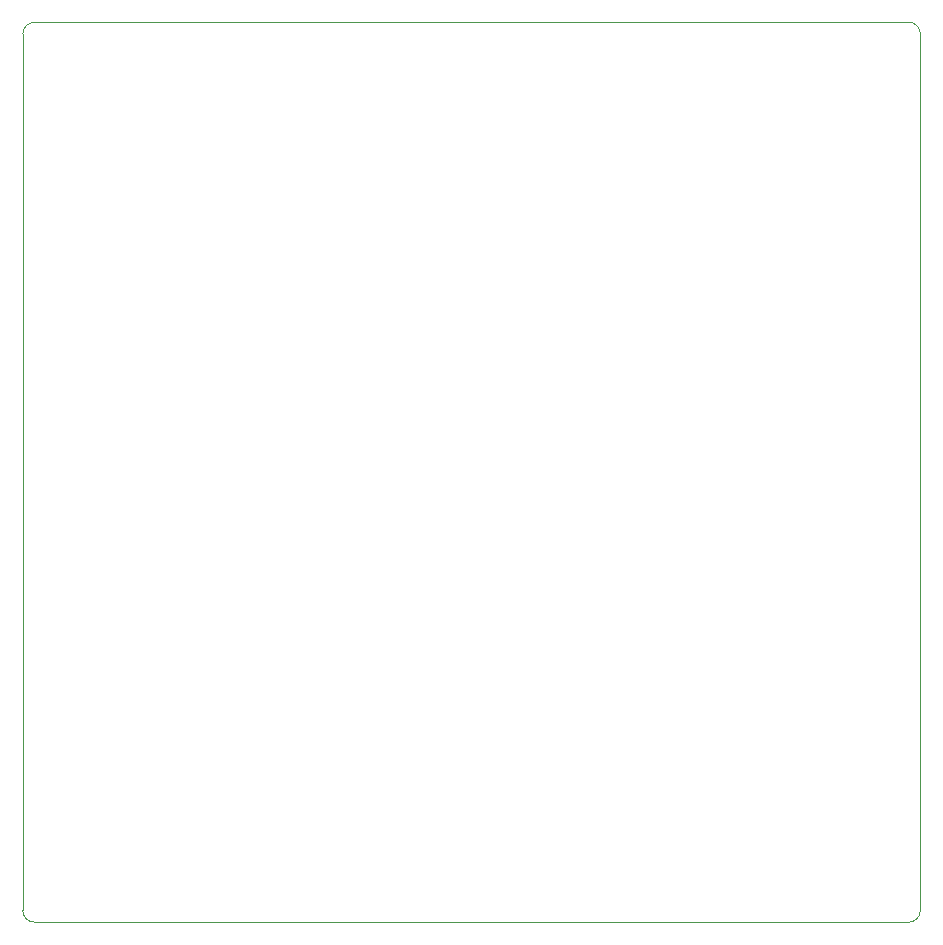
<source format=gbr>
%TF.GenerationSoftware,KiCad,Pcbnew,(5.1.9-0-10_14)*%
%TF.CreationDate,2021-03-28T17:01:51+02:00*%
%TF.ProjectId,Power-Supply,506f7765-722d-4537-9570-706c792e6b69,rev?*%
%TF.SameCoordinates,Original*%
%TF.FileFunction,Profile,NP*%
%FSLAX46Y46*%
G04 Gerber Fmt 4.6, Leading zero omitted, Abs format (unit mm)*
G04 Created by KiCad (PCBNEW (5.1.9-0-10_14)) date 2021-03-28 17:01:51*
%MOMM*%
%LPD*%
G01*
G04 APERTURE LIST*
%TA.AperFunction,Profile*%
%ADD10C,0.050000*%
%TD*%
G04 APERTURE END LIST*
D10*
X113000000Y-138100000D02*
G75*
G02*
X112000000Y-137100000I0J1000000D01*
G01*
X188000000Y-137100000D02*
G75*
G02*
X187000000Y-138100000I-1000000J0D01*
G01*
X187000000Y-61900000D02*
G75*
G02*
X188000000Y-62900000I0J-1000000D01*
G01*
X112000000Y-62900000D02*
G75*
G02*
X113000000Y-61900000I1000000J0D01*
G01*
X113000000Y-61900000D02*
X187000000Y-61900000D01*
X112000000Y-137100000D02*
X112000000Y-62900000D01*
X187000000Y-138100000D02*
X113000000Y-138100000D01*
X188000000Y-62900000D02*
X188000000Y-137100000D01*
M02*

</source>
